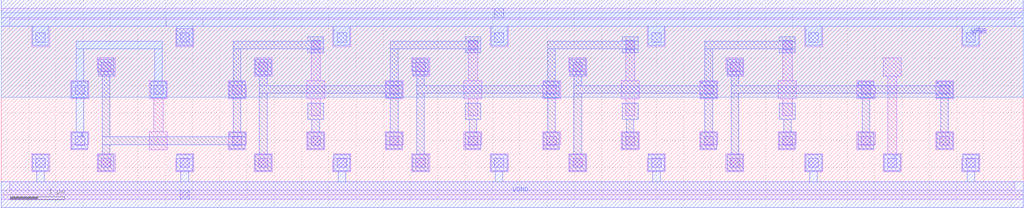
<source format=lef>
VERSION 5.7 ;
  NOWIREEXTENSIONATPIN ON ;
  DIVIDERCHAR "/" ;
  BUSBITCHARS "[]" ;
MACRO CLKBUF2
  CLASS CORE ;
  FOREIGN CLKBUF2 ;
  ORIGIN 0.000 0.000 ;
  SIZE 18.720 BY 3.330 ;
  SYMMETRY X Y ;
  SITE unit ;
  PIN A
    ANTENNAGATEAREA 0.378000 ;
    PORT
      LAYER met1 ;
        RECT 1.370 2.675 2.950 2.815 ;
        RECT 1.370 2.070 1.510 2.675 ;
        RECT 2.810 2.070 2.950 2.675 ;
        RECT 1.295 1.780 1.585 2.070 ;
        RECT 2.735 1.780 3.025 2.070 ;
        RECT 1.370 1.135 1.510 1.780 ;
        RECT 1.295 0.845 1.585 1.135 ;
    END
  END A
  PIN VGND
    ANTENNADIFFAREA 3.514700 ;
    PORT
      LAYER met1 ;
        RECT 0.575 0.440 0.865 0.730 ;
        RECT 3.215 0.440 3.505 0.730 ;
        RECT 6.095 0.440 6.385 0.730 ;
        RECT 8.975 0.440 9.265 0.730 ;
        RECT 11.855 0.440 12.145 0.730 ;
        RECT 14.735 0.440 15.025 0.730 ;
        RECT 17.615 0.440 17.905 0.730 ;
        RECT 0.650 0.240 0.790 0.440 ;
        RECT 3.290 0.240 3.430 0.440 ;
        RECT 6.170 0.240 6.310 0.440 ;
        RECT 9.050 0.240 9.190 0.440 ;
        RECT 11.930 0.240 12.070 0.440 ;
        RECT 14.810 0.240 14.950 0.440 ;
        RECT 17.690 0.240 17.830 0.440 ;
        RECT 0.000 -0.240 18.720 0.240 ;
    END
    PORT
      LAYER met1 ;
        RECT 0.000 3.090 18.720 3.570 ;
        RECT 0.575 2.735 0.865 3.090 ;
        RECT 3.215 2.735 3.505 3.090 ;
        RECT 6.095 2.735 6.385 3.090 ;
        RECT 8.975 2.735 9.265 3.090 ;
        RECT 11.855 2.735 12.145 3.090 ;
        RECT 14.735 2.735 15.025 3.090 ;
        RECT 17.615 2.735 17.905 3.090 ;
    END
  END VGND
  PIN VPWR
    ANTENNADIFFAREA 5.661600 ;
    PORT
      LAYER li1 ;
        RECT 0.000 3.245 18.720 3.415 ;
        RECT 0.155 3.215 18.565 3.245 ;
        RECT 0.155 3.090 3.025 3.215 ;
        RECT 3.695 3.090 18.565 3.215 ;
        RECT 0.555 2.715 0.885 3.090 ;
        RECT 6.075 2.715 6.405 3.090 ;
        RECT 8.955 2.715 9.285 3.090 ;
        RECT 11.835 2.715 12.165 3.090 ;
        RECT 14.715 2.715 15.045 3.090 ;
        RECT 17.595 2.715 17.925 3.090 ;
      LAYER mcon ;
        RECT 9.035 3.245 9.205 3.415 ;
        RECT 0.635 2.795 0.805 2.965 ;
        RECT 6.155 2.795 6.325 2.965 ;
        RECT 9.035 2.795 9.205 2.965 ;
        RECT 11.915 2.795 12.085 2.965 ;
        RECT 14.795 2.795 14.965 2.965 ;
        RECT 17.675 2.795 17.845 2.965 ;
    END
  END VPWR
  PIN Y
    ANTENNADIFFAREA 1.661650 ;
    PORT
      LAYER met1 ;
        RECT 16.175 0.440 16.465 0.730 ;
    END
  END Y
  OBS
      LAYER nwell ;
        RECT 0.000 1.790 18.720 3.330 ;
      LAYER li1 ;
        RECT 3.195 2.715 3.525 3.045 ;
        RECT 1.755 2.260 2.085 2.505 ;
        RECT 1.775 2.175 2.085 2.260 ;
        RECT 4.635 2.175 4.965 2.505 ;
        RECT 5.675 2.090 5.845 2.830 ;
        RECT 7.515 2.260 7.845 2.505 ;
        RECT 7.535 2.175 7.845 2.260 ;
        RECT 8.555 2.090 8.725 2.830 ;
        RECT 10.395 2.260 10.725 2.505 ;
        RECT 10.415 2.175 10.725 2.260 ;
        RECT 11.435 2.090 11.605 2.830 ;
        RECT 13.275 2.260 13.605 2.505 ;
        RECT 13.295 2.175 13.605 2.260 ;
        RECT 14.315 2.090 14.485 2.830 ;
        RECT 16.155 2.175 16.485 2.505 ;
        RECT 1.275 1.760 1.605 2.090 ;
        RECT 2.715 1.760 3.045 2.090 ;
        RECT 4.155 2.005 4.465 2.090 ;
        RECT 4.155 1.760 4.485 2.005 ;
        RECT 5.595 1.760 5.925 2.090 ;
        RECT 7.035 1.760 7.365 2.090 ;
        RECT 8.475 1.760 8.805 2.090 ;
        RECT 9.915 1.760 10.245 2.090 ;
        RECT 11.355 1.760 11.685 2.090 ;
        RECT 12.795 1.760 13.125 2.090 ;
        RECT 14.235 1.760 14.565 2.090 ;
        RECT 15.675 2.005 15.985 2.090 ;
        RECT 15.675 1.760 16.005 2.005 ;
        RECT 2.795 1.155 2.965 1.760 ;
        RECT 5.675 1.445 5.845 1.760 ;
        RECT 8.555 1.445 8.725 1.760 ;
        RECT 11.435 1.445 11.605 1.760 ;
        RECT 14.315 1.445 14.485 1.760 ;
        RECT 1.275 0.920 1.605 1.155 ;
        RECT 1.275 0.825 1.585 0.920 ;
        RECT 2.715 0.825 3.045 1.155 ;
        RECT 4.155 0.920 4.485 1.155 ;
        RECT 4.155 0.825 4.465 0.920 ;
        RECT 5.595 0.825 5.925 1.155 ;
        RECT 7.035 0.920 7.365 1.155 ;
        RECT 8.475 0.920 8.805 1.155 ;
        RECT 9.915 0.920 10.245 1.155 ;
        RECT 7.035 0.825 7.345 0.920 ;
        RECT 8.475 0.825 8.785 0.920 ;
        RECT 9.915 0.825 10.225 0.920 ;
        RECT 11.355 0.825 11.685 1.155 ;
        RECT 12.795 0.920 13.125 1.155 ;
        RECT 14.235 0.920 14.565 1.155 ;
        RECT 15.675 0.920 16.005 1.155 ;
        RECT 12.795 0.825 13.105 0.920 ;
        RECT 14.235 0.825 14.545 0.920 ;
        RECT 15.675 0.825 15.985 0.920 ;
        RECT 16.235 0.750 16.405 2.175 ;
        RECT 17.115 1.760 17.445 2.090 ;
        RECT 17.115 0.825 17.445 1.155 ;
        RECT 0.555 0.420 0.885 0.750 ;
        RECT 1.755 0.420 2.085 0.750 ;
        RECT 3.215 0.655 3.525 0.750 ;
        RECT 3.195 0.420 3.525 0.655 ;
        RECT 4.635 0.420 4.965 0.750 ;
        RECT 6.095 0.655 6.405 0.750 ;
        RECT 6.075 0.420 6.405 0.655 ;
        RECT 7.515 0.420 7.845 0.750 ;
        RECT 8.955 0.420 9.285 0.750 ;
        RECT 10.395 0.420 10.725 0.750 ;
        RECT 11.855 0.655 12.165 0.750 ;
        RECT 11.835 0.420 12.165 0.655 ;
        RECT 13.275 0.420 13.605 0.750 ;
        RECT 14.715 0.420 15.045 0.750 ;
        RECT 16.155 0.420 16.485 0.750 ;
        RECT 17.615 0.655 17.925 0.750 ;
        RECT 17.595 0.420 17.925 0.655 ;
        RECT 0.155 0.085 18.565 0.240 ;
        RECT 0.000 -0.085 18.720 0.085 ;
      LAYER mcon ;
        RECT 3.275 2.795 3.445 2.965 ;
        RECT 5.675 2.660 5.845 2.830 ;
        RECT 1.835 2.255 2.005 2.425 ;
        RECT 4.715 2.255 4.885 2.425 ;
        RECT 8.555 2.660 8.725 2.830 ;
        RECT 7.595 2.255 7.765 2.425 ;
        RECT 11.435 2.660 11.605 2.830 ;
        RECT 10.475 2.255 10.645 2.425 ;
        RECT 14.315 2.660 14.485 2.830 ;
        RECT 13.355 2.255 13.525 2.425 ;
        RECT 1.355 1.840 1.525 2.010 ;
        RECT 2.795 1.840 2.965 2.010 ;
        RECT 4.235 1.840 4.405 2.010 ;
        RECT 7.115 1.840 7.285 2.010 ;
        RECT 9.995 1.840 10.165 2.010 ;
        RECT 12.875 1.840 13.045 2.010 ;
        RECT 15.755 1.840 15.925 2.010 ;
        RECT 1.355 0.905 1.525 1.075 ;
        RECT 4.235 0.905 4.405 1.075 ;
        RECT 5.675 0.905 5.845 1.075 ;
        RECT 7.115 0.905 7.285 1.075 ;
        RECT 8.555 0.905 8.725 1.075 ;
        RECT 9.995 0.905 10.165 1.075 ;
        RECT 11.435 0.905 11.605 1.075 ;
        RECT 12.875 0.905 13.045 1.075 ;
        RECT 14.315 0.905 14.485 1.075 ;
        RECT 15.755 0.905 15.925 1.075 ;
        RECT 17.195 1.840 17.365 2.010 ;
        RECT 17.195 0.905 17.365 1.075 ;
        RECT 0.635 0.500 0.805 0.670 ;
        RECT 1.835 0.500 2.005 0.670 ;
        RECT 3.275 0.500 3.445 0.670 ;
        RECT 4.715 0.500 4.885 0.670 ;
        RECT 6.155 0.500 6.325 0.670 ;
        RECT 7.595 0.500 7.765 0.670 ;
        RECT 9.035 0.500 9.205 0.670 ;
        RECT 10.475 0.500 10.645 0.670 ;
        RECT 11.915 0.500 12.085 0.670 ;
        RECT 13.355 0.500 13.525 0.670 ;
        RECT 14.795 0.500 14.965 0.670 ;
        RECT 16.235 0.500 16.405 0.670 ;
        RECT 17.675 0.500 17.845 0.670 ;
        RECT 3.275 -0.085 3.445 0.085 ;
      LAYER met1 ;
        RECT 5.615 2.815 5.905 2.890 ;
        RECT 8.495 2.815 8.785 2.890 ;
        RECT 11.375 2.815 11.665 2.890 ;
        RECT 14.255 2.815 14.545 2.890 ;
        RECT 4.250 2.675 5.905 2.815 ;
        RECT 1.775 2.195 2.065 2.485 ;
        RECT 1.850 1.060 1.990 2.195 ;
        RECT 4.250 2.070 4.390 2.675 ;
        RECT 5.615 2.600 5.905 2.675 ;
        RECT 7.130 2.675 8.785 2.815 ;
        RECT 4.655 2.195 4.945 2.485 ;
        RECT 4.175 1.780 4.465 2.070 ;
        RECT 4.730 1.995 4.870 2.195 ;
        RECT 7.130 2.070 7.270 2.675 ;
        RECT 8.495 2.600 8.785 2.675 ;
        RECT 10.010 2.675 11.665 2.815 ;
        RECT 7.535 2.195 7.825 2.485 ;
        RECT 7.055 1.995 7.345 2.070 ;
        RECT 4.730 1.855 7.345 1.995 ;
        RECT 4.250 1.135 4.390 1.780 ;
        RECT 4.175 1.060 4.465 1.135 ;
        RECT 1.850 0.920 4.465 1.060 ;
        RECT 1.850 0.730 1.990 0.920 ;
        RECT 4.175 0.845 4.465 0.920 ;
        RECT 4.730 0.730 4.870 1.855 ;
        RECT 7.055 1.780 7.345 1.855 ;
        RECT 7.610 1.995 7.750 2.195 ;
        RECT 10.010 2.070 10.150 2.675 ;
        RECT 11.375 2.600 11.665 2.675 ;
        RECT 12.890 2.675 14.545 2.815 ;
        RECT 10.415 2.195 10.705 2.485 ;
        RECT 9.935 1.995 10.225 2.070 ;
        RECT 7.610 1.855 10.225 1.995 ;
        RECT 5.615 1.385 5.905 1.675 ;
        RECT 5.690 1.135 5.830 1.385 ;
        RECT 7.130 1.135 7.270 1.780 ;
        RECT 5.615 0.845 5.905 1.135 ;
        RECT 7.055 0.845 7.345 1.135 ;
        RECT 7.610 0.730 7.750 1.855 ;
        RECT 9.935 1.780 10.225 1.855 ;
        RECT 10.490 1.995 10.630 2.195 ;
        RECT 12.890 2.070 13.030 2.675 ;
        RECT 14.255 2.600 14.545 2.675 ;
        RECT 13.295 2.195 13.585 2.485 ;
        RECT 12.815 1.995 13.105 2.070 ;
        RECT 10.490 1.855 13.105 1.995 ;
        RECT 8.495 1.385 8.785 1.675 ;
        RECT 8.570 1.135 8.710 1.385 ;
        RECT 10.010 1.135 10.150 1.780 ;
        RECT 8.495 0.845 8.785 1.135 ;
        RECT 9.935 0.845 10.225 1.135 ;
        RECT 10.490 0.730 10.630 1.855 ;
        RECT 12.815 1.780 13.105 1.855 ;
        RECT 13.370 1.995 13.510 2.195 ;
        RECT 15.695 1.995 15.985 2.070 ;
        RECT 17.135 1.995 17.425 2.070 ;
        RECT 13.370 1.855 17.425 1.995 ;
        RECT 11.375 1.385 11.665 1.675 ;
        RECT 11.450 1.135 11.590 1.385 ;
        RECT 12.890 1.135 13.030 1.780 ;
        RECT 11.375 0.845 11.665 1.135 ;
        RECT 12.815 0.845 13.105 1.135 ;
        RECT 13.370 0.730 13.510 1.855 ;
        RECT 15.695 1.780 15.985 1.855 ;
        RECT 17.135 1.780 17.425 1.855 ;
        RECT 14.255 1.385 14.545 1.675 ;
        RECT 14.330 1.135 14.470 1.385 ;
        RECT 15.770 1.135 15.910 1.780 ;
        RECT 17.210 1.135 17.350 1.780 ;
        RECT 14.255 0.845 14.545 1.135 ;
        RECT 15.695 0.845 15.985 1.135 ;
        RECT 17.135 0.845 17.425 1.135 ;
        RECT 1.775 0.440 2.065 0.730 ;
        RECT 4.655 0.440 4.945 0.730 ;
        RECT 7.535 0.440 7.825 0.730 ;
        RECT 10.415 0.440 10.705 0.730 ;
        RECT 13.295 0.440 13.585 0.730 ;
  END
END CLKBUF2
END LIBRARY


</source>
